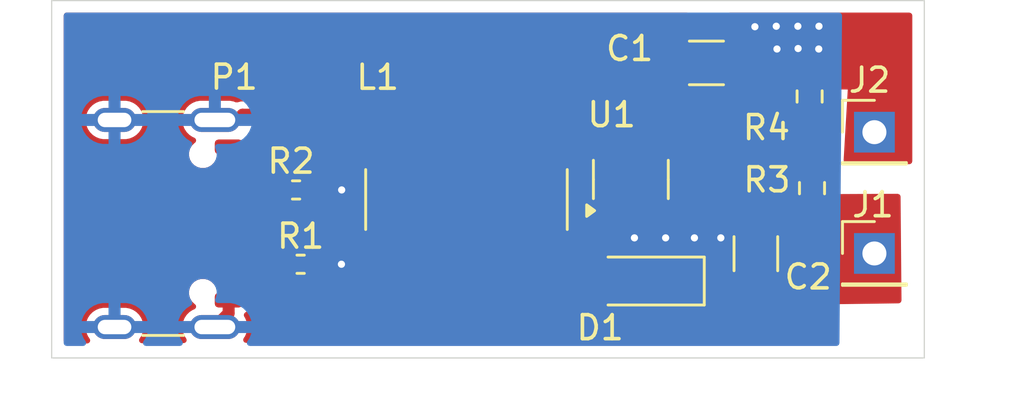
<source format=kicad_pcb>
(kicad_pcb (version 20240108) (generator "pcbnew") (generator_version "8.0")
  (title_block (title "TLV61048_BOOST_CONVERTER_12V") (date "2024-08-22") (rev "1.0") (company "Malusi"))
  (layers (0 "F.Cu" signal) (31 "B.Cu" signal) (34 "B.Paste" user) (35 "F.Paste" user) (36 "B.SilkS" user "B.Silkscreen") (37 "F.SilkS" user "F.Silkscreen") (38 "B.Mask" user) (39 "F.Mask" user) (44 "Edge.Cuts" user))
  (net 0 "")
  (net 1 "GND")
  (net 2 "/VBUS")
  (net 3 "/CC2")
  (net 6 "/CC1")
  (net 7 "/SW")
  (net 8 "/FB")
  (net 9 "/12V")
  (footprint "Resistor_SMD:R_0402_1005Metric" (layer "F.Cu") (at 100 84.8)
    (property "Reference" "R2" (at -0.21 -1.2 0) (layer "F.SilkS"))
    (property "Value" "5K11")
    (fp_line (start -0.153641 -0.38) (end 0.153641 -0.38) (stroke (width 0.12)) (layer "F.SilkS"))
    (fp_line (start -0.153641 0.38) (end 0.153641 0.38) (stroke (width 0.12)) (layer "F.SilkS"))
    (pad "1" smd roundrect (at -0.51 0) (size 0.54 0.64) (layers "F.Cu" "F.Paste" "F.Mask") (net 6 "/CC1"))
    (pad "2" smd roundrect (at 0.51 0) (size 0.54 0.64) (layers "F.Cu" "F.Paste" "F.Mask") (net 1 "GND"))
  )
  (footprint "Connector_USB:USB_C_Receptacle_GCT_USB4105-xx-A_16P_TopMnt_Horizontal" (layer "F.Cu") (at 93.51 86.2 -90)
    (property "Reference" "P1" (at -6.105 -3.91 0) (layer "F.SilkS"))
    (property "Value" "USB_C_Plug_USB2.0")
    (fp_line (start -4.67 -0.1) (end -4.67 -1.8) (stroke (width 0.12)) (layer "F.SilkS"))
    (fp_line (start 4.67 -0.1) (end 4.67 -1.8) (stroke (width 0.12)) (layer "F.SilkS"))
    (pad "" np_thru_hole circle (at -2.89 -2.605 270) (size 0.65 0.65) (drill 0.65) (layers "F&B.Cu" "*.Mask"))
    (pad "" np_thru_hole circle (at 2.89 -2.605 270) (size 0.65 0.65) (drill 0.65) (layers "F&B.Cu" "*.Mask"))
    (pad "A1" smd roundrect (at -3.2 -3.68 270) (size 0.6 1.15) (layers "F.Cu" "F.Paste" "F.Mask") (net 1 "GND"))
    (pad "A4" smd roundrect (at -2.4 -3.68 270) (size 0.6 1.15) (layers "F.Cu" "F.Paste" "F.Mask") (net 2 "/VBUS"))
    (pad "A5" smd roundrect (at -1.25 -3.68 270) (size 0.3 1.15) (layers "F.Cu" "F.Paste" "F.Mask") (net 6 "/CC1"))
    (pad "A6" smd roundrect (at -0.25 -3.68 270) (size 0.3 1.15) (layers "F.Cu" "F.Paste" "F.Mask"))
    (pad "A7" smd roundrect (at 0.25 -3.68 270) (size 0.3 1.15) (layers "F.Cu" "F.Paste" "F.Mask"))
    (pad "A8" smd roundrect (at 1.25 -3.68 270) (size 0.3 1.15) (layers "F.Cu" "F.Paste" "F.Mask"))
    (pad "A9" smd roundrect (at 2.4 -3.68 270) (size 0.6 1.15) (layers "F.Cu" "F.Paste" "F.Mask") (net 2 "/VBUS"))
    (pad "A12" smd roundrect (at 3.2 -3.68 270) (size 0.6 1.15) (layers "F.Cu" "F.Paste" "F.Mask") (net 1 "GND"))
    (pad "B1" smd roundrect (at 3.2 -3.68 270) (size 0.6 1.15) (layers "F.Cu" "F.Paste" "F.Mask") (net 1 "GND"))
    (pad "B4" smd roundrect (at 2.4 -3.68 270) (size 0.6 1.15) (layers "F.Cu" "F.Paste" "F.Mask") (net 2 "/VBUS"))
    (pad "B5" smd roundrect (at 1.75 -3.68 270) (size 0.3 1.15) (layers "F.Cu" "F.Paste" "F.Mask") (net 3 "/CC2"))
    (pad "B6" smd roundrect (at 0.75 -3.68 270) (size 0.3 1.15) (layers "F.Cu" "F.Paste" "F.Mask"))
    (pad "B7" smd roundrect (at -0.75 -3.68 270) (size 0.3 1.15) (layers "F.Cu" "F.Paste" "F.Mask"))
    (pad "B8" smd roundrect (at -1.75 -3.68 270) (size 0.3 1.15) (layers "F.Cu" "F.Paste" "F.Mask"))
    (pad "B9" smd roundrect (at -2.4 -3.68 270) (size 0.6 1.15) (layers "F.Cu" "F.Paste" "F.Mask") (net 2 "/VBUS"))
    (pad "B12" smd roundrect (at -3.2 -3.68 270) (size 0.6 1.15) (layers "F.Cu" "F.Paste" "F.Mask") (net 1 "GND"))
    (pad "S1" thru_hole oval (at -4.32 -3.105 270) (size 1 2.1) (drill oval 0.6 1.7) (layers "*.Cu" "*.Mask" "F.Paste") (net 1 "GND"))
    (pad "S1" thru_hole oval (at -4.32 1.075 270) (size 1 1.8) (drill oval 0.6 1.4) (layers "*.Cu" "*.Mask" "F.Paste") (net 1 "GND"))
    (pad "S1" thru_hole oval (at 4.32 -3.105 270) (size 1 2.1) (drill oval 0.6 1.7) (layers "*.Cu" "*.Mask" "F.Paste") (net 1 "GND"))
    (pad "S1" thru_hole oval (at 4.32 1.075 270) (size 1 1.8) (drill oval 0.6 1.4) (layers "*.Cu" "*.Mask" "F.Paste") (net 1 "GND"))
  )
  (footprint "Diode_SMD:D_SOD-123" (layer "F.Cu") (at 114.65 88.6 180)
    (property "Reference" "D1" (at 1.98 -1.95 0) (layer "F.SilkS"))
    (property "Value" "D")
    (fp_line (start -2.36 1) (end 1.65 1) (stroke (width 0.12)) (layer "F.SilkS"))
    (fp_line (start -2.36 -1) (end 1.65 -1) (stroke (width 0.12)) (layer "F.SilkS"))
    (fp_line (start -2.36 -1) (end -2.36 1) (stroke (width 0.12)) (layer "F.SilkS"))
    (pad "1" smd roundrect (at -1.65 0 180) (size 0.9 1.2) (layers "F.Cu" "F.Paste" "F.Mask") (net 9 "/12V"))
    (pad "2" smd roundrect (at 1.65 0 180) (size 0.9 1.2) (layers "F.Cu" "F.Paste" "F.Mask") (net 7 "/SW"))
  )
  (footprint "Resistor_SMD:R_0603_1608Metric" (layer "F.Cu") (at 121.5 84.725 90)
    (property "Reference" "R3" (at 0.345 -1.88 0) (layer "F.SilkS"))
    (property "Value" "1M4")
    (fp_line (start -0.237258 -0.5225) (end 0.237258 -0.5225) (stroke (width 0.12)) (layer "F.SilkS"))
    (fp_line (start -0.237258 0.5225) (end 0.237258 0.5225) (stroke (width 0.12)) (layer "F.SilkS"))
    (pad "1" smd roundrect (at -0.825 0 90) (size 0.8 0.95) (layers "F.Cu" "F.Paste" "F.Mask") (net 9 "/12V"))
    (pad "2" smd roundrect (at 0.825 0 90) (size 0.8 0.95) (layers "F.Cu" "F.Paste" "F.Mask") (net 8 "/FB"))
  )
  (footprint "Resistor_SMD:R_0402_1005Metric" (layer "F.Cu") (at 100.19 87.9)
    (property "Reference" "R1" (at 0 -1.17 0) (layer "F.SilkS"))
    (property "Value" "5K11")
    (fp_line (start -0.153641 -0.38) (end 0.153641 -0.38) (stroke (width 0.12)) (layer "F.SilkS"))
    (fp_line (start -0.153641 0.38) (end 0.153641 0.38) (stroke (width 0.12)) (layer "F.SilkS"))
    (pad "1" smd roundrect (at -0.51 0) (size 0.54 0.64) (layers "F.Cu" "F.Paste" "F.Mask") (net 3 "/CC2"))
    (pad "2" smd roundrect (at 0.51 0) (size 0.54 0.64) (layers "F.Cu" "F.Paste" "F.Mask") (net 1 "GND"))
  )
  (footprint "Inductor_SMD:L_Bourns-SRN8040_8x8.15mm" (layer "F.Cu") (at 107.1 85.2 -90)
    (property "Reference" "L1" (at -5.1 3.7 0) (layer "F.SilkS"))
    (property "Value" "10uH")
    (fp_line (start -1.25 4.2) (end 1.25 4.2) (stroke (width 0.12)) (layer "F.SilkS"))
    (fp_line (start 1.25 -4.2) (end -1.25 -4.2) (stroke (width 0.12)) (layer "F.SilkS"))
    (pad "1" smd rect (at -2.8 0 270) (size 2.6 8.2) (layers "F.Cu" "F.Paste" "F.Mask") (net 2 "/VBUS"))
    (pad "2" smd rect (at 2.8 0 270) (size 2.6 8.2) (layers "F.Cu" "F.Paste" "F.Mask") (net 7 "/SW"))
  )
  (footprint "Resistor_SMD:R_0603_1608Metric" (layer "F.Cu") (at 121.4 80.9 90)
    (property "Reference" "R4" (at -1.3 -1.8 0) (layer "F.SilkS"))
    (property "Value" "100K")
    (fp_line (start -0.237258 -0.5225) (end 0.237258 -0.5225) (stroke (width 0.12)) (layer "F.SilkS"))
    (fp_line (start -0.237258 0.5225) (end 0.237258 0.5225) (stroke (width 0.12)) (layer "F.SilkS"))
    (pad "1" smd roundrect (at -0.825 0 90) (size 0.8 0.95) (layers "F.Cu" "F.Paste" "F.Mask") (net 8 "/FB"))
    (pad "2" smd roundrect (at 0.825 0 90) (size 0.8 0.95) (layers "F.Cu" "F.Paste" "F.Mask") (net 1 "GND"))
  )
  (footprint "Capacitor_SMD:C_1206_3216Metric" (layer "F.Cu") (at 119.16 87.46 90)
    (property "Reference" "C2" (at -0.97 2.18 0) (layer "F.SilkS"))
    (property "Value" "10u")
    (fp_line (start -0.711252 -0.91) (end 0.711252 -0.91) (stroke (width 0.12)) (layer "F.SilkS"))
    (fp_line (start -0.711252 0.91) (end 0.711252 0.91) (stroke (width 0.12)) (layer "F.SilkS"))
    (pad "1" smd roundrect (at -1.475 0 90) (size 1.15 1.8) (layers "F.Cu" "F.Paste" "F.Mask") (roundrect_rratio 0.217391) (net 9 "/12V"))
    (pad "2" smd roundrect (at 1.475 0 90) (size 1.15 1.8) (layers "F.Cu" "F.Paste" "F.Mask") (roundrect_rratio 0.217391) (net 1 "GND"))
  )
  (footprint "Connector_PinHeader_2.54mm:PinHeader_1x01_P2.54mm_Vertical" (layer "F.Cu") (at 124.1 82.39)
    (property "Reference" "J2" (at -0.2 -2.17 0) (layer "F.SilkS"))
    (property "Value" "Conn_01x01_Pin")
    (fp_line (start -1.33 -1.33) (end 0 -1.33) (stroke (width 0.12)) (layer "F.SilkS"))
    (fp_line (start -1.33 0) (end -1.33 -1.33) (stroke (width 0.12)) (layer "F.SilkS"))
    (fp_line (start -1.33 1.27) (end -1.33 1.33) (stroke (width 0.12)) (layer "F.SilkS"))
    (fp_line (start -1.33 1.27) (end 1.33 1.27) (stroke (width 0.12)) (layer "F.SilkS"))
    (fp_line (start -1.33 1.33) (end 1.33 1.33) (stroke (width 0.12)) (layer "F.SilkS"))
    (fp_line (start 1.33 1.27) (end 1.33 1.33) (stroke (width 0.12)) (layer "F.SilkS"))
    (pad "1" thru_hole rect (at 0 0) (size 1.7 1.7) (drill 1) (layers "*.Cu" "*.Mask") (net 1 "GND"))
  )
  (footprint "Connector_PinHeader_2.54mm:PinHeader_1x01_P2.54mm_Vertical" (layer "F.Cu") (at 124.1 87.45)
    (property "Reference" "J1" (at -0.06 -2.03 0) (layer "F.SilkS"))
    (property "Value" "Conn_01x01_Pin")
    (fp_line (start -1.33 -1.33) (end 0 -1.33) (stroke (width 0.12)) (layer "F.SilkS"))
    (fp_line (start -1.33 0) (end -1.33 -1.33) (stroke (width 0.12)) (layer "F.SilkS"))
    (fp_line (start -1.33 1.27) (end -1.33 1.33) (stroke (width 0.12)) (layer "F.SilkS"))
    (fp_line (start -1.33 1.27) (end 1.33 1.27) (stroke (width 0.12)) (layer "F.SilkS"))
    (fp_line (start -1.33 1.33) (end 1.33 1.33) (stroke (width 0.12)) (layer "F.SilkS"))
    (fp_line (start 1.33 1.27) (end 1.33 1.33) (stroke (width 0.12)) (layer "F.SilkS"))
    (pad "1" thru_hole rect (at 0 0) (size 1.7 1.7) (drill 1) (layers "*.Cu" "*.Mask") (net 9 "/12V"))
  )
  (footprint "Package_TO_SOT_SMD:SOT-23-6" (layer "F.Cu") (at 113.95 84.3625 90)
    (property "Reference" "U1" (at 2.7 -0.8 0) (layer "F.SilkS"))
    (property "Value" "TLV61048")
    (fp_line (start 0 -1.56) (end 0.8 -1.56) (stroke (width 0.12)) (layer "F.SilkS"))
    (fp_line (start 0 -1.56) (end -0.8 -1.56) (stroke (width 0.12)) (layer "F.SilkS"))
    (fp_line (start 0 1.56) (end 0.8 1.56) (stroke (width 0.12)) (layer "F.SilkS"))
    (fp_line (start 0 1.56) (end -0.8 1.56) (stroke (width 0.12)) (layer "F.SilkS"))
    (fp_poly (pts (xy -1.3 -1.51) (xy -1.54 -1.84) (xy -1.06 -1.84) (xy -1.3 -1.51)) (stroke (width 0.12)) (fill solid) (layer "F.SilkS"))
    (pad "1" smd roundrect (at -1.1375 -0.95 90) (size 1.325 0.6) (layers "F.Cu" "F.Paste" "F.Mask") (net 7 "/SW"))
    (pad "2" smd roundrect (at -1.1375 0 90) (size 1.325 0.6) (layers "F.Cu" "F.Paste" "F.Mask") (net 1 "GND"))
    (pad "3" smd roundrect (at -1.1375 0.95 90) (size 1.325 0.6) (layers "F.Cu" "F.Paste" "F.Mask") (net 8 "/FB"))
    (pad "4" smd roundrect (at 1.1375 0.95 90) (size 1.325 0.6) (layers "F.Cu" "F.Paste" "F.Mask") (net 2 "/VBUS"))
    (pad "5" smd roundrect (at 1.1375 0 90) (size 1.325 0.6) (layers "F.Cu" "F.Paste" "F.Mask") (net 2 "/VBUS"))
    (pad "6" smd roundrect (at 1.1375 -0.95 90) (size 1.325 0.6) (layers "F.Cu" "F.Paste" "F.Mask") (net 1 "GND"))
  )
  (footprint "Capacitor_SMD:C_1206_3216Metric" (layer "F.Cu") (at 117.1 79.5)
    (property "Reference" "C1" (at -3.2 -0.6 0) (layer "F.SilkS"))
    (property "Value" "1u")
    (fp_line (start -0.711252 -0.91) (end 0.711252 -0.91) (stroke (width 0.12)) (layer "F.SilkS"))
    (fp_line (start -0.711252 0.91) (end 0.711252 0.91) (stroke (width 0.12)) (layer "F.SilkS"))
    (pad "1" smd roundrect (at -1.475 0) (size 1.15 1.8) (layers "F.Cu" "F.Paste" "F.Mask") (roundrect_rratio 0.217391) (net 2 "/VBUS"))
    (pad "2" smd roundrect (at 1.475 0) (size 1.15 1.8) (layers "F.Cu" "F.Paste" "F.Mask") (roundrect_rratio 0.217391) (net 1 "GND"))
  )
  (gr_rect (start 89.815 76.9) (end 126.18 91.81) (stroke (width 0.05)) (fill none) (layer "Edge.Cuts"))
  (segment (start 100.51 84.8) (end 101.9 84.8) (width 0.2) (layer "F.Cu") (net 1))
  (segment (start 97.77 81.66) (end 97.55 81.88) (width 0.5) (layer "F.Cu") (net 1))
  (segment (start 97.19 89.4) (end 97.19 89.945) (width 0.5) (layer "F.Cu") (net 1))
  (segment (start 113.15 83.1625) (end 113.15 84.063738) (width 0.3) (layer "F.Cu") (net 1))
  (segment (start 98.76 82.22) (end 98.2 81.66) (width 0.5) (layer "F.Cu") (net 1))
  (segment (start 101.9 84.8) (end 101.8 84.8) (width 0.2) (layer "F.Cu") (net 1))
  (segment (start 97.19 83) (end 97.98 83) (width 0.5) (layer "F.Cu") (net 1))
  (segment (start 97.98 83) (end 98.76 82.22) (width 0.5) (layer "F.Cu") (net 1))
  (segment (start 114.1 85.013738) (end 114.1 85.4375) (width 0.3) (layer "F.Cu") (net 1))
  (segment (start 97.19 89.945) (end 96.615 90.52) (width 0.5) (layer "F.Cu") (net 1))
  (segment (start 98.2 81.66) (end 97.77 81.66) (width 0.5) (layer "F.Cu") (net 1))
  (segment (start 113.15 84.063738) (end 114.1 85.013738) (width 0.3) (layer "F.Cu") (net 1))
  (segment (start 100.7 87.9) (end 101.89 87.9) (width 0.2) (layer "F.Cu") (net 1))
  (segment (start 97.55 81.88) (end 96.615 81.88) (width 0.5) (layer "F.Cu") (net 1))
  (via (at 120.04 78.92) (size 0.5) (drill 0.3) (layers "F.Cu" "B.Cu") (net 1))
  (via (at 114.1 86.8) (size 0.5) (drill 0.3) (layers "F.Cu" "B.Cu") (net 1))
  (via (at 120.01 77.97) (size 0.5) (drill 0.3) (layers "F.Cu" "B.Cu") (net 1))
  (via (at 117.7 86.8) (size 0.5) (drill 0.3) (layers "F.Cu" "B.Cu") (net 1))
  (via (at 121.79 77.97) (size 0.5) (drill 0.3) (layers "F.Cu" "B.Cu") (net 1))
  (via (at 120.91 77.97) (size 0.5) (drill 0.3) (layers "F.Cu" "B.Cu") (net 1))
  (via (at 116.6 86.8) (size 0.5) (drill 0.3) (layers "F.Cu" "B.Cu") (net 1))
  (via (at 115.4 86.8) (size 0.5) (drill 0.3) (layers "F.Cu" "B.Cu") (net 1))
  (via (at 101.9 84.8) (size 0.6) (drill 0.3) (layers "F.Cu" "B.Cu") (net 1))
  (via (at 119.12 77.99) (size 0.5) (drill 0.3) (layers "F.Cu" "B.Cu") (net 1))
  (via (at 121.78 78.92) (size 0.5) (drill 0.3) (layers "F.Cu" "B.Cu") (net 1))
  (via (at 101.89 87.9) (size 0.6) (drill 0.3) (layers "F.Cu" "B.Cu") (net 1))
  (via (at 120.92 78.9) (size 0.5) (drill 0.3) (layers "F.Cu" "B.Cu") (net 1))
  (segment (start 99.635 87.855) (end 99.68 87.9) (width 0.2) (layer "F.Cu") (net 3))
  (segment (start 97.27 87.855) (end 99.635 87.855) (width 0.2) (layer "F.Cu") (net 3))
  (segment (start 99.435 84.855) (end 99.49 84.8) (width 0.2) (layer "F.Cu") (net 6))
  (segment (start 97.27 84.855) (end 99.435 84.855) (width 0.2) (layer "F.Cu") (net 6))
  (segment (start 117.7 84.5) (end 117.7 83.9) (width 0.5) (layer "F.Cu") (net 8))
  (segment (start 115.05 85.4375) (end 116.7625 85.4375) (width 0.5) (layer "F.Cu") (net 8))
  (segment (start 116.7625 85.4375) (end 117.7 84.5) (width 0.5) (layer "F.Cu") (net 8))
  (segment (start 121.4 81.725) (end 121.4 83.8) (width 0.5) (layer "F.Cu") (net 8))
  (segment (start 121.4 83.8) (end 121.5 83.9) (width 0.5) (layer "F.Cu") (net 8))
  (segment (start 117.7 83.9) (end 121.5 83.9) (width 0.5) (layer "F.Cu") (net 8))
  (zone (net 9) (net_name "/12V") (layer "F.Cu") (priority 5) (connect_pads yes (clearance 0.3)) (min_thickness 0.25) (fill yes (thermal_gap 0.5) (thermal_bridge_width 0.5))
    (polygon (pts (xy 120.83 84.98) (xy 125.19 84.96) (xy 125.23 89.53) (xy 115.53 89.66) (xy 115.49 87.89) (xy 120.71 87.83)))
  )
  (zone (net 7) (net_name "/SW") (layer "F.Cu") (priority 2) (connect_pads yes (clearance 0.3)) (min_thickness 0.25) (fill yes (thermal_gap 0.5) (thermal_bridge_width 0.5))
    (polygon (pts (xy 102.77 86.33) (xy 112.43 86.35) (xy 112.29 84.85) (xy 113.36 84.84) (xy 113.27 89.89) (xy 102.98 89.85) (xy 102.84 89.82)))
  )
  (zone (net 2) (net_name "/VBUS") (layer "F.Cu") (priority 1) (connect_pads yes (clearance 0.3)) (min_thickness 0.25) (fill yes (thermal_gap 0.5) (thermal_bridge_width 0.5))
    (polygon (pts (xy 90.03 77.19) (xy 116.4 77.11) (xy 116.37 83.82) (xy 98.1 84.1) (xy 96.4 84.2) (xy 96.4 88.1) (xy 98.33 88.07) (xy 98.24 88.07) (xy 98.35 89.05) (xy 98.23 91.18) (xy 90.03 91.21)))
  )
  (zone (net 1) (net_name "GND") (layer "F.Cu") (priority 3) (connect_pads yes (clearance 0.3)) (min_thickness 0.25) (fill yes (thermal_gap 0.5) (thermal_bridge_width 0.5))
    (polygon (pts (xy 113.7 84.646709) (xy 114.3 84.8) (xy 114.4 86.3) (xy 114.5 86.5) (xy 115.4 86.4) (xy 119.2 85.4) (xy 120.3 85.4) (xy 120.3 86.1) (xy 120.3 85.946709) (xy 120.2 87.246709) (xy 114.6 87.1) (xy 113.7 87.1)))
  )
  (zone (net 1) (net_name "GND") (layer "F.Cu") (priority 4) (connect_pads yes (clearance 0.3)) (min_thickness 0.25) (fill yes (thermal_gap 0.5) (thermal_bridge_width 0.5))
    (polygon (pts (xy 117.97 77.34) (xy 125.92 77.26) (xy 125.79 83.73) (xy 122.81 83.68) (xy 122.99 80.61) (xy 117.97 80.58)))
  )
  (zone (net 1) (net_name "GND") (layer "B.Cu") (connect_pads (clearance 0.5)) (min_thickness 0.25) (fill yes (thermal_gap 0.5) (thermal_bridge_width 0.5))
    (polygon (pts (xy 90.193249 77.168864) (xy 122.753249 77.218864) (xy 122.64 91.63) (xy 91.17 91.42) (xy 90.17 91.46)))
  )
)
</source>
